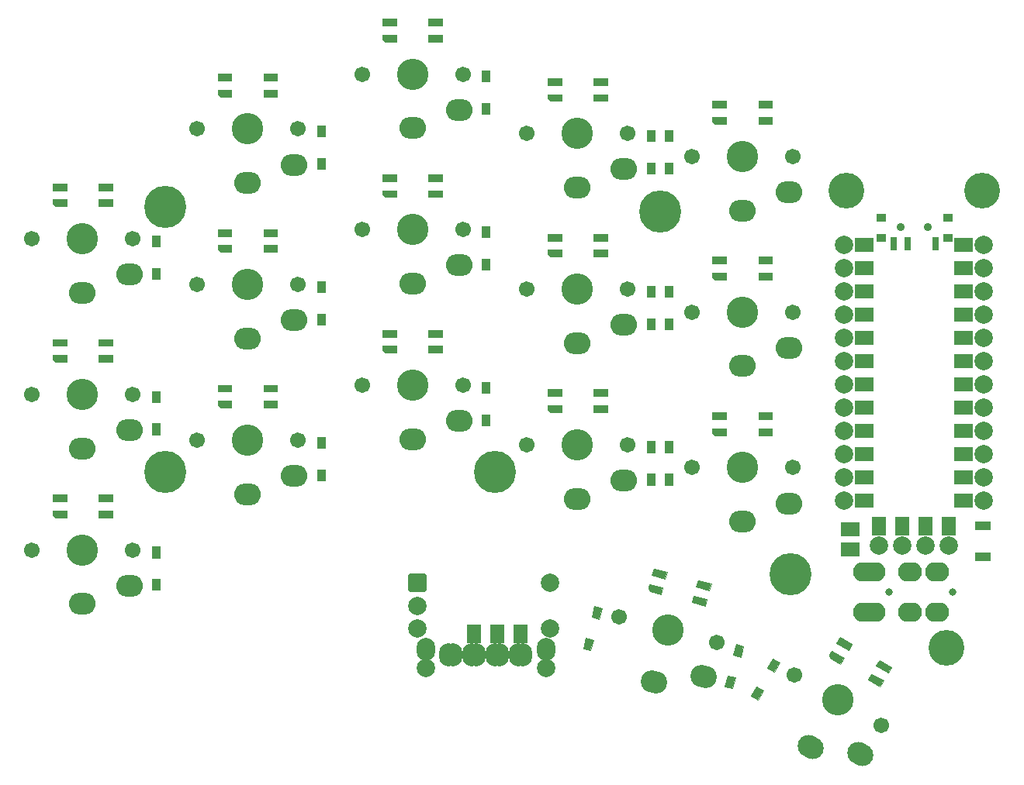
<source format=gts>
G04 #@! TF.GenerationSoftware,KiCad,Pcbnew,7.0.2-0*
G04 #@! TF.CreationDate,2023-05-28T19:55:49+02:00*
G04 #@! TF.ProjectId,arkenswoop,61726b65-6e73-4776-9f6f-702e6b696361,0.4.2*
G04 #@! TF.SameCoordinates,Original*
G04 #@! TF.FileFunction,Soldermask,Top*
G04 #@! TF.FilePolarity,Negative*
%FSLAX46Y46*%
G04 Gerber Fmt 4.6, Leading zero omitted, Abs format (unit mm)*
G04 Created by KiCad (PCBNEW 7.0.2-0) date 2023-05-28 19:55:49*
%MOMM*%
%LPD*%
G01*
G04 APERTURE LIST*
G04 Aperture macros list*
%AMRoundRect*
0 Rectangle with rounded corners*
0 $1 Rounding radius*
0 $2 $3 $4 $5 $6 $7 $8 $9 X,Y pos of 4 corners*
0 Add a 4 corners polygon primitive as box body*
4,1,4,$2,$3,$4,$5,$6,$7,$8,$9,$2,$3,0*
0 Add four circle primitives for the rounded corners*
1,1,$1+$1,$2,$3*
1,1,$1+$1,$4,$5*
1,1,$1+$1,$6,$7*
1,1,$1+$1,$8,$9*
0 Add four rect primitives between the rounded corners*
20,1,$1+$1,$2,$3,$4,$5,0*
20,1,$1+$1,$4,$5,$6,$7,0*
20,1,$1+$1,$6,$7,$8,$9,0*
20,1,$1+$1,$8,$9,$2,$3,0*%
%AMHorizOval*
0 Thick line with rounded ends*
0 $1 width*
0 $2 $3 position (X,Y) of the first rounded end (center of the circle)*
0 $4 $5 position (X,Y) of the second rounded end (center of the circle)*
0 Add line between two ends*
20,1,$1,$2,$3,$4,$5,0*
0 Add two circle primitives to create the rounded ends*
1,1,$1,$2,$3*
1,1,$1,$4,$5*%
%AMFreePoly0*
4,1,22,0.686777,0.580194,0.756366,0.524698,0.794986,0.444504,0.800000,0.400000,0.800000,0.200000,0.780194,0.113223,0.741421,0.058579,0.141421,-0.541421,0.066056,-0.588777,-0.022393,-0.598742,-0.106406,-0.569345,-0.141421,-0.541421,-0.741421,0.058579,-0.788777,0.133944,-0.800000,0.200000,-0.800000,0.400000,-0.780194,0.486777,-0.724698,0.556366,-0.644504,0.594986,-0.600000,0.600000,
0.600000,0.600000,0.686777,0.580194,0.686777,0.580194,$1*%
%AMFreePoly1*
4,1,26,0.706406,1.169345,0.769345,1.106406,0.798742,1.022393,0.800000,1.000000,0.800000,-0.250000,0.780194,-0.336777,0.724698,-0.406366,0.644504,-0.444986,0.600000,-0.450000,-0.600000,-0.450000,-0.686777,-0.430194,-0.756366,-0.374698,-0.794986,-0.294504,-0.800000,-0.250000,-0.800000,1.000000,-0.780194,1.086777,-0.724698,1.156366,-0.644504,1.194986,-0.555496,1.194986,-0.475302,1.156366,
-0.458579,1.141421,0.000000,0.682842,0.458579,1.141421,0.533944,1.188777,0.622393,1.198742,0.706406,1.169345,0.706406,1.169345,$1*%
G04 Aperture macros list end*
%ADD10C,0.100000*%
%ADD11C,4.600000*%
%ADD12C,1.701800*%
%ADD13C,3.429000*%
%ADD14O,2.900000X2.400000*%
%ADD15O,2.000000X2.500000*%
%ADD16FreePoly0,180.000000*%
%ADD17FreePoly1,180.000000*%
%ADD18C,2.000000*%
%ADD19HorizOval,2.400000X0.216506X-0.125000X-0.216506X0.125000X0*%
%ADD20C,0.900000*%
%ADD21RoundRect,0.200000X-0.800000X-0.800000X0.800000X-0.800000X0.800000X0.800000X-0.800000X0.800000X0*%
%ADD22C,3.900000*%
%ADD23FreePoly0,90.000000*%
%ADD24FreePoly0,270.000000*%
%ADD25FreePoly1,270.000000*%
%ADD26FreePoly1,90.000000*%
%ADD27C,0.800000*%
%ADD28O,2.600000X2.100000*%
%ADD29HorizOval,2.400000X0.241481X-0.064705X-0.241481X0.064705X0*%
G04 APERTURE END LIST*
D10*
X115654545Y-70064476D02*
X114804545Y-70064476D01*
X114804545Y-68864476D01*
X115654545Y-68864476D01*
X115654545Y-70064476D01*
G36*
X115654545Y-70064476D02*
G01*
X114804545Y-70064476D01*
X114804545Y-68864476D01*
X115654545Y-68864476D01*
X115654545Y-70064476D01*
G37*
X115654545Y-73614476D02*
X114804545Y-73614476D01*
X114804545Y-72414476D01*
X115654545Y-72414476D01*
X115654545Y-73614476D01*
G36*
X115654545Y-73614476D02*
G01*
X114804545Y-73614476D01*
X114804545Y-72414476D01*
X115654545Y-72414476D01*
X115654545Y-73614476D01*
G37*
X74479541Y-83689973D02*
X72979541Y-83689973D01*
X72979541Y-82939973D01*
X74479541Y-82939973D01*
X74479541Y-83689973D01*
G36*
X74479541Y-83689973D02*
G01*
X72979541Y-83689973D01*
X72979541Y-82939973D01*
X74479541Y-82939973D01*
X74479541Y-83689973D01*
G37*
X74479541Y-81939973D02*
X72979541Y-81939973D01*
X72979541Y-81189973D01*
X74479541Y-81189973D01*
X74479541Y-81939973D01*
G36*
X74479541Y-81939973D02*
G01*
X72979541Y-81939973D01*
X72979541Y-81189973D01*
X74479541Y-81189973D01*
X74479541Y-81939973D01*
G37*
X69479541Y-81939973D02*
X67979541Y-81939973D01*
X67979541Y-81189973D01*
X69479541Y-81189973D01*
X69479541Y-81939973D01*
G36*
X69479541Y-81939973D02*
G01*
X67979541Y-81939973D01*
X67979541Y-81189973D01*
X69479541Y-81189973D01*
X69479541Y-81939973D01*
G37*
X69479541Y-83689973D02*
X68229541Y-83689973D01*
X67979541Y-83439973D01*
X67979541Y-82939973D01*
X69479541Y-82939973D01*
X69479541Y-83689973D01*
G36*
X69479541Y-83689973D02*
G01*
X68229541Y-83689973D01*
X67979541Y-83439973D01*
X67979541Y-82939973D01*
X69479541Y-82939973D01*
X69479541Y-83689973D01*
G37*
X114473509Y-131074094D02*
X113457509Y-131074094D01*
X113457509Y-130058094D01*
X114473509Y-130058094D01*
X114473509Y-131074094D01*
G36*
X114473509Y-131074094D02*
G01*
X113457509Y-131074094D01*
X113457509Y-130058094D01*
X114473509Y-130058094D01*
X114473509Y-131074094D01*
G37*
X117013509Y-131074094D02*
X115997509Y-131074094D01*
X115997509Y-130058094D01*
X117013509Y-130058094D01*
X117013509Y-131074094D01*
G36*
X117013509Y-131074094D02*
G01*
X115997509Y-131074094D01*
X115997509Y-130058094D01*
X117013509Y-130058094D01*
X117013509Y-131074094D01*
G37*
X119553509Y-131074094D02*
X118537509Y-131074094D01*
X118537509Y-130058094D01*
X119553509Y-130058094D01*
X119553509Y-131074094D01*
G36*
X119553509Y-131074094D02*
G01*
X118537509Y-131074094D01*
X118537509Y-130058094D01*
X119553509Y-130058094D01*
X119553509Y-131074094D01*
G37*
X146479547Y-74689469D02*
X144979547Y-74689469D01*
X144979547Y-73939469D01*
X146479547Y-73939469D01*
X146479547Y-74689469D01*
G36*
X146479547Y-74689469D02*
G01*
X144979547Y-74689469D01*
X144979547Y-73939469D01*
X146479547Y-73939469D01*
X146479547Y-74689469D01*
G37*
X146479547Y-72939469D02*
X144979547Y-72939469D01*
X144979547Y-72189469D01*
X146479547Y-72189469D01*
X146479547Y-72939469D01*
G36*
X146479547Y-72939469D02*
G01*
X144979547Y-72939469D01*
X144979547Y-72189469D01*
X146479547Y-72189469D01*
X146479547Y-72939469D01*
G37*
X141479547Y-72939469D02*
X139979547Y-72939469D01*
X139979547Y-72189469D01*
X141479547Y-72189469D01*
X141479547Y-72939469D01*
G36*
X141479547Y-72939469D02*
G01*
X139979547Y-72939469D01*
X139979547Y-72189469D01*
X141479547Y-72189469D01*
X141479547Y-72939469D01*
G37*
X141479547Y-74689469D02*
X140229547Y-74689469D01*
X139979547Y-74439469D01*
X139979547Y-73939469D01*
X141479547Y-73939469D01*
X141479547Y-74689469D01*
G36*
X141479547Y-74689469D02*
G01*
X140229547Y-74689469D01*
X139979547Y-74439469D01*
X139979547Y-73939469D01*
X141479547Y-73939469D01*
X141479547Y-74689469D01*
G37*
X79654545Y-105064969D02*
X78804545Y-105064969D01*
X78804545Y-103864969D01*
X79654545Y-103864969D01*
X79654545Y-105064969D01*
G36*
X79654545Y-105064969D02*
G01*
X78804545Y-105064969D01*
X78804545Y-103864969D01*
X79654545Y-103864969D01*
X79654545Y-105064969D01*
G37*
X79654545Y-108614969D02*
X78804545Y-108614969D01*
X78804545Y-107414969D01*
X79654545Y-107414969D01*
X79654545Y-108614969D01*
G36*
X79654545Y-108614969D02*
G01*
X78804545Y-108614969D01*
X78804545Y-107414969D01*
X79654545Y-107414969D01*
X79654545Y-108614969D01*
G37*
X92479543Y-71689972D02*
X90979543Y-71689972D01*
X90979543Y-70939972D01*
X92479543Y-70939972D01*
X92479543Y-71689972D01*
G36*
X92479543Y-71689972D02*
G01*
X90979543Y-71689972D01*
X90979543Y-70939972D01*
X92479543Y-70939972D01*
X92479543Y-71689972D01*
G37*
X92479543Y-69939972D02*
X90979543Y-69939972D01*
X90979543Y-69189972D01*
X92479543Y-69189972D01*
X92479543Y-69939972D01*
G36*
X92479543Y-69939972D02*
G01*
X90979543Y-69939972D01*
X90979543Y-69189972D01*
X92479543Y-69189972D01*
X92479543Y-69939972D01*
G37*
X87479543Y-69939972D02*
X85979543Y-69939972D01*
X85979543Y-69189972D01*
X87479543Y-69189972D01*
X87479543Y-69939972D01*
G36*
X87479543Y-69939972D02*
G01*
X85979543Y-69939972D01*
X85979543Y-69189972D01*
X87479543Y-69189972D01*
X87479543Y-69939972D01*
G37*
X87479543Y-71689972D02*
X86229543Y-71689972D01*
X85979543Y-71439972D01*
X85979543Y-70939972D01*
X87479543Y-70939972D01*
X87479543Y-71689972D01*
G36*
X87479543Y-71689972D02*
G01*
X86229543Y-71689972D01*
X85979543Y-71439972D01*
X85979543Y-70939972D01*
X87479543Y-70939972D01*
X87479543Y-71689972D01*
G37*
X110479547Y-99689471D02*
X108979547Y-99689471D01*
X108979547Y-98939471D01*
X110479547Y-98939471D01*
X110479547Y-99689471D01*
G36*
X110479547Y-99689471D02*
G01*
X108979547Y-99689471D01*
X108979547Y-98939471D01*
X110479547Y-98939471D01*
X110479547Y-99689471D01*
G37*
X110479547Y-97939471D02*
X108979547Y-97939471D01*
X108979547Y-97189471D01*
X110479547Y-97189471D01*
X110479547Y-97939471D01*
G36*
X110479547Y-97939471D02*
G01*
X108979547Y-97939471D01*
X108979547Y-97189471D01*
X110479547Y-97189471D01*
X110479547Y-97939471D01*
G37*
X105479547Y-97939471D02*
X103979547Y-97939471D01*
X103979547Y-97189471D01*
X105479547Y-97189471D01*
X105479547Y-97939471D01*
G36*
X105479547Y-97939471D02*
G01*
X103979547Y-97939471D01*
X103979547Y-97189471D01*
X105479547Y-97189471D01*
X105479547Y-97939471D01*
G37*
X105479547Y-99689471D02*
X104229547Y-99689471D01*
X103979547Y-99439471D01*
X103979547Y-98939471D01*
X105479547Y-98939471D01*
X105479547Y-99689471D01*
G36*
X105479547Y-99689471D02*
G01*
X104229547Y-99689471D01*
X103979547Y-99439471D01*
X103979547Y-98939471D01*
X105479547Y-98939471D01*
X105479547Y-99689471D01*
G37*
X170284349Y-122342734D02*
X168684349Y-122342734D01*
X168684349Y-121542734D01*
X170284349Y-121542734D01*
X170284349Y-122342734D01*
G36*
X170284349Y-122342734D02*
G01*
X168684349Y-122342734D01*
X168684349Y-121542734D01*
X170284349Y-121542734D01*
X170284349Y-122342734D01*
G37*
X170284349Y-118942734D02*
X168684349Y-118942734D01*
X168684349Y-118142734D01*
X170284349Y-118142734D01*
X170284349Y-118942734D01*
G36*
X170284349Y-118942734D02*
G01*
X168684349Y-118942734D01*
X168684349Y-118142734D01*
X170284349Y-118142734D01*
X170284349Y-118942734D01*
G37*
X79654544Y-88064965D02*
X78804544Y-88064965D01*
X78804544Y-86864965D01*
X79654544Y-86864965D01*
X79654544Y-88064965D01*
G36*
X79654544Y-88064965D02*
G01*
X78804544Y-88064965D01*
X78804544Y-86864965D01*
X79654544Y-86864965D01*
X79654544Y-88064965D01*
G37*
X79654544Y-91614965D02*
X78804544Y-91614965D01*
X78804544Y-90414965D01*
X79654544Y-90414965D01*
X79654544Y-91614965D01*
G36*
X79654544Y-91614965D02*
G01*
X78804544Y-91614965D01*
X78804544Y-90414965D01*
X79654544Y-90414965D01*
X79654544Y-91614965D01*
G37*
X110479543Y-65689473D02*
X108979543Y-65689473D01*
X108979543Y-64939473D01*
X110479543Y-64939473D01*
X110479543Y-65689473D01*
G36*
X110479543Y-65689473D02*
G01*
X108979543Y-65689473D01*
X108979543Y-64939473D01*
X110479543Y-64939473D01*
X110479543Y-65689473D01*
G37*
X110479543Y-63939473D02*
X108979543Y-63939473D01*
X108979543Y-63189473D01*
X110479543Y-63189473D01*
X110479543Y-63939473D01*
G36*
X110479543Y-63939473D02*
G01*
X108979543Y-63939473D01*
X108979543Y-63189473D01*
X110479543Y-63189473D01*
X110479543Y-63939473D01*
G37*
X105479543Y-63939473D02*
X103979543Y-63939473D01*
X103979543Y-63189473D01*
X105479543Y-63189473D01*
X105479543Y-63939473D01*
G36*
X105479543Y-63939473D02*
G01*
X103979543Y-63939473D01*
X103979543Y-63189473D01*
X105479543Y-63189473D01*
X105479543Y-63939473D01*
G37*
X105479543Y-65689473D02*
X104229543Y-65689473D01*
X103979543Y-65439473D01*
X103979543Y-64939473D01*
X105479543Y-64939473D01*
X105479543Y-65689473D01*
G36*
X105479543Y-65689473D02*
G01*
X104229543Y-65689473D01*
X103979543Y-65439473D01*
X103979543Y-64939473D01*
X105479543Y-64939473D01*
X105479543Y-65689473D01*
G37*
X146479547Y-91689475D02*
X144979547Y-91689475D01*
X144979547Y-90939475D01*
X146479547Y-90939475D01*
X146479547Y-91689475D01*
G36*
X146479547Y-91689475D02*
G01*
X144979547Y-91689475D01*
X144979547Y-90939475D01*
X146479547Y-90939475D01*
X146479547Y-91689475D01*
G37*
X146479547Y-89939475D02*
X144979547Y-89939475D01*
X144979547Y-89189475D01*
X146479547Y-89189475D01*
X146479547Y-89939475D01*
G36*
X146479547Y-89939475D02*
G01*
X144979547Y-89939475D01*
X144979547Y-89189475D01*
X146479547Y-89189475D01*
X146479547Y-89939475D01*
G37*
X141479547Y-89939475D02*
X139979547Y-89939475D01*
X139979547Y-89189475D01*
X141479547Y-89189475D01*
X141479547Y-89939475D01*
G36*
X141479547Y-89939475D02*
G01*
X139979547Y-89939475D01*
X139979547Y-89189475D01*
X141479547Y-89189475D01*
X141479547Y-89939475D01*
G37*
X141479547Y-91689475D02*
X140229547Y-91689475D01*
X139979547Y-91439475D01*
X139979547Y-90939475D01*
X141479547Y-90939475D01*
X141479547Y-91689475D01*
G36*
X141479547Y-91689475D02*
G01*
X140229547Y-91689475D01*
X139979547Y-91439475D01*
X139979547Y-90939475D01*
X141479547Y-90939475D01*
X141479547Y-91689475D01*
G37*
X166094573Y-87440134D02*
X165194573Y-87440134D01*
X165194573Y-86740134D01*
X166094573Y-86740134D01*
X166094573Y-87440134D01*
G36*
X166094573Y-87440134D02*
G01*
X165194573Y-87440134D01*
X165194573Y-86740134D01*
X166094573Y-86740134D01*
X166094573Y-87440134D01*
G37*
X166094573Y-85240134D02*
X165194573Y-85240134D01*
X165194573Y-84540134D01*
X166094573Y-84540134D01*
X166094573Y-85240134D01*
G36*
X166094573Y-85240134D02*
G01*
X165194573Y-85240134D01*
X165194573Y-84540134D01*
X166094573Y-84540134D01*
X166094573Y-85240134D01*
G37*
X164544573Y-88440134D02*
X163944573Y-88440134D01*
X163944573Y-87040134D01*
X164544573Y-87040134D01*
X164544573Y-88440134D01*
G36*
X164544573Y-88440134D02*
G01*
X163944573Y-88440134D01*
X163944573Y-87040134D01*
X164544573Y-87040134D01*
X164544573Y-88440134D01*
G37*
X161544573Y-88440134D02*
X160944573Y-88440134D01*
X160944573Y-87040134D01*
X161544573Y-87040134D01*
X161544573Y-88440134D01*
G36*
X161544573Y-88440134D02*
G01*
X160944573Y-88440134D01*
X160944573Y-87040134D01*
X161544573Y-87040134D01*
X161544573Y-88440134D01*
G37*
X160044573Y-88440134D02*
X159444573Y-88440134D01*
X159444573Y-87040134D01*
X160044573Y-87040134D01*
X160044573Y-88440134D01*
G36*
X160044573Y-88440134D02*
G01*
X159444573Y-88440134D01*
X159444573Y-87040134D01*
X160044573Y-87040134D01*
X160044573Y-88440134D01*
G37*
X158794573Y-87440134D02*
X157894573Y-87440134D01*
X157894573Y-86740134D01*
X158794573Y-86740134D01*
X158794573Y-87440134D01*
G36*
X158794573Y-87440134D02*
G01*
X157894573Y-87440134D01*
X157894573Y-86740134D01*
X158794573Y-86740134D01*
X158794573Y-87440134D01*
G37*
X158794573Y-85240134D02*
X157894573Y-85240134D01*
X157894573Y-84540134D01*
X158794573Y-84540134D01*
X158794573Y-85240134D01*
G36*
X158794573Y-85240134D02*
G01*
X157894573Y-85240134D01*
X157894573Y-84540134D01*
X158794573Y-84540134D01*
X158794573Y-85240134D01*
G37*
X158631093Y-135519182D02*
X158256093Y-136168701D01*
X156957054Y-135418701D01*
X157332054Y-134769182D01*
X158631093Y-135519182D01*
G36*
X158631093Y-135519182D02*
G01*
X158256093Y-136168701D01*
X156957054Y-135418701D01*
X157332054Y-134769182D01*
X158631093Y-135519182D01*
G37*
X159506093Y-134003638D02*
X159131093Y-134653157D01*
X157832054Y-133903157D01*
X158207054Y-133253638D01*
X159506093Y-134003638D01*
G36*
X159506093Y-134003638D02*
G01*
X159131093Y-134653157D01*
X157832054Y-133903157D01*
X158207054Y-133253638D01*
X159506093Y-134003638D01*
G37*
X155175966Y-131503638D02*
X154800966Y-132153157D01*
X153501927Y-131403157D01*
X153876927Y-130753638D01*
X155175966Y-131503638D01*
G36*
X155175966Y-131503638D02*
G01*
X154800966Y-132153157D01*
X153501927Y-131403157D01*
X153876927Y-130753638D01*
X155175966Y-131503638D01*
G37*
X154300966Y-133019182D02*
X153925966Y-133668701D01*
X152843434Y-133043701D01*
X152751927Y-132702195D01*
X153001927Y-132269182D01*
X154300966Y-133019182D01*
G36*
X154300966Y-133019182D02*
G01*
X153925966Y-133668701D01*
X152843434Y-133043701D01*
X152751927Y-132702195D01*
X153001927Y-132269182D01*
X154300966Y-133019182D01*
G37*
X135654544Y-110564474D02*
X134804544Y-110564474D01*
X134804544Y-109364474D01*
X135654544Y-109364474D01*
X135654544Y-110564474D01*
G36*
X135654544Y-110564474D02*
G01*
X134804544Y-110564474D01*
X134804544Y-109364474D01*
X135654544Y-109364474D01*
X135654544Y-110564474D01*
G37*
X135654544Y-114114474D02*
X134804544Y-114114474D01*
X134804544Y-112914474D01*
X135654544Y-112914474D01*
X135654544Y-114114474D01*
G36*
X135654544Y-114114474D02*
G01*
X134804544Y-114114474D01*
X134804544Y-112914474D01*
X135654544Y-112914474D01*
X135654544Y-114114474D01*
G37*
X133653549Y-76564472D02*
X132803549Y-76564472D01*
X132803549Y-75364472D01*
X133653549Y-75364472D01*
X133653549Y-76564472D01*
G36*
X133653549Y-76564472D02*
G01*
X132803549Y-76564472D01*
X132803549Y-75364472D01*
X133653549Y-75364472D01*
X133653549Y-76564472D01*
G37*
X133653549Y-80114472D02*
X132803549Y-80114472D01*
X132803549Y-78914472D01*
X133653549Y-78914472D01*
X133653549Y-80114472D01*
G36*
X133653549Y-80114472D02*
G01*
X132803549Y-80114472D01*
X132803549Y-78914472D01*
X133653549Y-78914472D01*
X133653549Y-80114472D01*
G37*
X115654549Y-87064466D02*
X114804549Y-87064466D01*
X114804549Y-85864466D01*
X115654549Y-85864466D01*
X115654549Y-87064466D01*
G36*
X115654549Y-87064466D02*
G01*
X114804549Y-87064466D01*
X114804549Y-85864466D01*
X115654549Y-85864466D01*
X115654549Y-87064466D01*
G37*
X115654549Y-90614466D02*
X114804549Y-90614466D01*
X114804549Y-89414466D01*
X115654549Y-89414466D01*
X115654549Y-90614466D01*
G36*
X115654549Y-90614466D02*
G01*
X114804549Y-90614466D01*
X114804549Y-89414466D01*
X115654549Y-89414466D01*
X115654549Y-90614466D01*
G37*
X133653550Y-93564471D02*
X132803550Y-93564471D01*
X132803550Y-92364471D01*
X133653550Y-92364471D01*
X133653550Y-93564471D01*
G36*
X133653550Y-93564471D02*
G01*
X132803550Y-93564471D01*
X132803550Y-92364471D01*
X133653550Y-92364471D01*
X133653550Y-93564471D01*
G37*
X133653550Y-97114471D02*
X132803550Y-97114471D01*
X132803550Y-95914471D01*
X133653550Y-95914471D01*
X133653550Y-97114471D01*
G36*
X133653550Y-97114471D02*
G01*
X132803550Y-97114471D01*
X132803550Y-95914471D01*
X133653550Y-95914471D01*
X133653550Y-97114471D01*
G37*
X135654551Y-76564473D02*
X134804551Y-76564473D01*
X134804551Y-75364473D01*
X135654551Y-75364473D01*
X135654551Y-76564473D01*
G36*
X135654551Y-76564473D02*
G01*
X134804551Y-76564473D01*
X134804551Y-75364473D01*
X135654551Y-75364473D01*
X135654551Y-76564473D01*
G37*
X135654551Y-80114473D02*
X134804551Y-80114473D01*
X134804551Y-78914473D01*
X135654551Y-78914473D01*
X135654551Y-80114473D01*
G36*
X135654551Y-80114473D02*
G01*
X134804551Y-80114473D01*
X134804551Y-78914473D01*
X135654551Y-78914473D01*
X135654551Y-80114473D01*
G37*
X156914574Y-88391137D02*
X155898574Y-88391137D01*
X155898574Y-87375137D01*
X156914574Y-87375137D01*
X156914574Y-88391137D01*
G36*
X156914574Y-88391137D02*
G01*
X155898574Y-88391137D01*
X155898574Y-87375137D01*
X156914574Y-87375137D01*
X156914574Y-88391137D01*
G37*
X156914574Y-90931137D02*
X155898574Y-90931137D01*
X155898574Y-89915137D01*
X156914574Y-89915137D01*
X156914574Y-90931137D01*
G36*
X156914574Y-90931137D02*
G01*
X155898574Y-90931137D01*
X155898574Y-89915137D01*
X156914574Y-89915137D01*
X156914574Y-90931137D01*
G37*
X156914574Y-93471137D02*
X155898574Y-93471137D01*
X155898574Y-92455137D01*
X156914574Y-92455137D01*
X156914574Y-93471137D01*
G36*
X156914574Y-93471137D02*
G01*
X155898574Y-93471137D01*
X155898574Y-92455137D01*
X156914574Y-92455137D01*
X156914574Y-93471137D01*
G37*
X156914574Y-96011137D02*
X155898574Y-96011137D01*
X155898574Y-94995137D01*
X156914574Y-94995137D01*
X156914574Y-96011137D01*
G36*
X156914574Y-96011137D02*
G01*
X155898574Y-96011137D01*
X155898574Y-94995137D01*
X156914574Y-94995137D01*
X156914574Y-96011137D01*
G37*
X156914574Y-98551137D02*
X155898574Y-98551137D01*
X155898574Y-97535137D01*
X156914574Y-97535137D01*
X156914574Y-98551137D01*
G36*
X156914574Y-98551137D02*
G01*
X155898574Y-98551137D01*
X155898574Y-97535137D01*
X156914574Y-97535137D01*
X156914574Y-98551137D01*
G37*
X156914574Y-101091137D02*
X155898574Y-101091137D01*
X155898574Y-100075137D01*
X156914574Y-100075137D01*
X156914574Y-101091137D01*
G36*
X156914574Y-101091137D02*
G01*
X155898574Y-101091137D01*
X155898574Y-100075137D01*
X156914574Y-100075137D01*
X156914574Y-101091137D01*
G37*
X156914574Y-103631137D02*
X155898574Y-103631137D01*
X155898574Y-102615137D01*
X156914574Y-102615137D01*
X156914574Y-103631137D01*
G36*
X156914574Y-103631137D02*
G01*
X155898574Y-103631137D01*
X155898574Y-102615137D01*
X156914574Y-102615137D01*
X156914574Y-103631137D01*
G37*
X156914574Y-106171137D02*
X155898574Y-106171137D01*
X155898574Y-105155137D01*
X156914574Y-105155137D01*
X156914574Y-106171137D01*
G36*
X156914574Y-106171137D02*
G01*
X155898574Y-106171137D01*
X155898574Y-105155137D01*
X156914574Y-105155137D01*
X156914574Y-106171137D01*
G37*
X156914574Y-108711137D02*
X155898574Y-108711137D01*
X155898574Y-107695137D01*
X156914574Y-107695137D01*
X156914574Y-108711137D01*
G36*
X156914574Y-108711137D02*
G01*
X155898574Y-108711137D01*
X155898574Y-107695137D01*
X156914574Y-107695137D01*
X156914574Y-108711137D01*
G37*
X156914574Y-111251137D02*
X155898574Y-111251137D01*
X155898574Y-110235137D01*
X156914574Y-110235137D01*
X156914574Y-111251137D01*
G36*
X156914574Y-111251137D02*
G01*
X155898574Y-111251137D01*
X155898574Y-110235137D01*
X156914574Y-110235137D01*
X156914574Y-111251137D01*
G37*
X156914574Y-113791137D02*
X155898574Y-113791137D01*
X155898574Y-112775137D01*
X156914574Y-112775137D01*
X156914574Y-113791137D01*
G36*
X156914574Y-113791137D02*
G01*
X155898574Y-113791137D01*
X155898574Y-112775137D01*
X156914574Y-112775137D01*
X156914574Y-113791137D01*
G37*
X156914574Y-116331137D02*
X155898574Y-116331137D01*
X155898574Y-115315137D01*
X156914574Y-115315137D01*
X156914574Y-116331137D01*
G36*
X156914574Y-116331137D02*
G01*
X155898574Y-116331137D01*
X155898574Y-115315137D01*
X156914574Y-115315137D01*
X156914574Y-116331137D01*
G37*
X168090574Y-88391137D02*
X167074574Y-88391137D01*
X167074574Y-87375137D01*
X168090574Y-87375137D01*
X168090574Y-88391137D01*
G36*
X168090574Y-88391137D02*
G01*
X167074574Y-88391137D01*
X167074574Y-87375137D01*
X168090574Y-87375137D01*
X168090574Y-88391137D01*
G37*
X168090574Y-90931137D02*
X167074574Y-90931137D01*
X167074574Y-89915137D01*
X168090574Y-89915137D01*
X168090574Y-90931137D01*
G36*
X168090574Y-90931137D02*
G01*
X167074574Y-90931137D01*
X167074574Y-89915137D01*
X168090574Y-89915137D01*
X168090574Y-90931137D01*
G37*
X168090574Y-93471137D02*
X167074574Y-93471137D01*
X167074574Y-92455137D01*
X168090574Y-92455137D01*
X168090574Y-93471137D01*
G36*
X168090574Y-93471137D02*
G01*
X167074574Y-93471137D01*
X167074574Y-92455137D01*
X168090574Y-92455137D01*
X168090574Y-93471137D01*
G37*
X168090574Y-96011137D02*
X167074574Y-96011137D01*
X167074574Y-94995137D01*
X168090574Y-94995137D01*
X168090574Y-96011137D01*
G36*
X168090574Y-96011137D02*
G01*
X167074574Y-96011137D01*
X167074574Y-94995137D01*
X168090574Y-94995137D01*
X168090574Y-96011137D01*
G37*
X168090574Y-98551137D02*
X167074574Y-98551137D01*
X167074574Y-97535137D01*
X168090574Y-97535137D01*
X168090574Y-98551137D01*
G36*
X168090574Y-98551137D02*
G01*
X167074574Y-98551137D01*
X167074574Y-97535137D01*
X168090574Y-97535137D01*
X168090574Y-98551137D01*
G37*
X168090574Y-101091137D02*
X167074574Y-101091137D01*
X167074574Y-100075137D01*
X168090574Y-100075137D01*
X168090574Y-101091137D01*
G36*
X168090574Y-101091137D02*
G01*
X167074574Y-101091137D01*
X167074574Y-100075137D01*
X168090574Y-100075137D01*
X168090574Y-101091137D01*
G37*
X168090574Y-103631137D02*
X167074574Y-103631137D01*
X167074574Y-102615137D01*
X168090574Y-102615137D01*
X168090574Y-103631137D01*
G36*
X168090574Y-103631137D02*
G01*
X167074574Y-103631137D01*
X167074574Y-102615137D01*
X168090574Y-102615137D01*
X168090574Y-103631137D01*
G37*
X168090574Y-106171137D02*
X167074574Y-106171137D01*
X167074574Y-105155137D01*
X168090574Y-105155137D01*
X168090574Y-106171137D01*
G36*
X168090574Y-106171137D02*
G01*
X167074574Y-106171137D01*
X167074574Y-105155137D01*
X168090574Y-105155137D01*
X168090574Y-106171137D01*
G37*
X168090574Y-108711137D02*
X167074574Y-108711137D01*
X167074574Y-107695137D01*
X168090574Y-107695137D01*
X168090574Y-108711137D01*
G36*
X168090574Y-108711137D02*
G01*
X167074574Y-108711137D01*
X167074574Y-107695137D01*
X168090574Y-107695137D01*
X168090574Y-108711137D01*
G37*
X168090574Y-111251137D02*
X167074574Y-111251137D01*
X167074574Y-110235137D01*
X168090574Y-110235137D01*
X168090574Y-111251137D01*
G36*
X168090574Y-111251137D02*
G01*
X167074574Y-111251137D01*
X167074574Y-110235137D01*
X168090574Y-110235137D01*
X168090574Y-111251137D01*
G37*
X168090574Y-113791137D02*
X167074574Y-113791137D01*
X167074574Y-112775137D01*
X168090574Y-112775137D01*
X168090574Y-113791137D01*
G36*
X168090574Y-113791137D02*
G01*
X167074574Y-113791137D01*
X167074574Y-112775137D01*
X168090574Y-112775137D01*
X168090574Y-113791137D01*
G37*
X168090574Y-116331137D02*
X167074574Y-116331137D01*
X167074574Y-115315137D01*
X168090574Y-115315137D01*
X168090574Y-116331137D01*
G36*
X168090574Y-116331137D02*
G01*
X167074574Y-116331137D01*
X167074574Y-115315137D01*
X168090574Y-115315137D01*
X168090574Y-116331137D01*
G37*
X79654546Y-122064971D02*
X78804546Y-122064971D01*
X78804546Y-120864971D01*
X79654546Y-120864971D01*
X79654546Y-122064971D01*
G36*
X79654546Y-122064971D02*
G01*
X78804546Y-122064971D01*
X78804546Y-120864971D01*
X79654546Y-120864971D01*
X79654546Y-122064971D01*
G37*
X79654546Y-125614971D02*
X78804546Y-125614971D01*
X78804546Y-124414971D01*
X79654546Y-124414971D01*
X79654546Y-125614971D01*
G36*
X79654546Y-125614971D02*
G01*
X78804546Y-125614971D01*
X78804546Y-124414971D01*
X79654546Y-124414971D01*
X79654546Y-125614971D01*
G37*
X110479545Y-82689469D02*
X108979545Y-82689469D01*
X108979545Y-81939469D01*
X110479545Y-81939469D01*
X110479545Y-82689469D01*
G36*
X110479545Y-82689469D02*
G01*
X108979545Y-82689469D01*
X108979545Y-81939469D01*
X110479545Y-81939469D01*
X110479545Y-82689469D01*
G37*
X110479545Y-80939469D02*
X108979545Y-80939469D01*
X108979545Y-80189469D01*
X110479545Y-80189469D01*
X110479545Y-80939469D01*
G36*
X110479545Y-80939469D02*
G01*
X108979545Y-80939469D01*
X108979545Y-80189469D01*
X110479545Y-80189469D01*
X110479545Y-80939469D01*
G37*
X105479545Y-80939469D02*
X103979545Y-80939469D01*
X103979545Y-80189469D01*
X105479545Y-80189469D01*
X105479545Y-80939469D01*
G36*
X105479545Y-80939469D02*
G01*
X103979545Y-80939469D01*
X103979545Y-80189469D01*
X105479545Y-80189469D01*
X105479545Y-80939469D01*
G37*
X105479545Y-82689469D02*
X104229545Y-82689469D01*
X103979545Y-82439469D01*
X103979545Y-81939469D01*
X105479545Y-81939469D01*
X105479545Y-82689469D01*
G36*
X105479545Y-82689469D02*
G01*
X104229545Y-82689469D01*
X103979545Y-82439469D01*
X103979545Y-81939469D01*
X105479545Y-81939469D01*
X105479545Y-82689469D01*
G37*
X158692753Y-119338826D02*
X157676753Y-119338826D01*
X157676753Y-118322826D01*
X158692753Y-118322826D01*
X158692753Y-119338826D01*
G36*
X158692753Y-119338826D02*
G01*
X157676753Y-119338826D01*
X157676753Y-118322826D01*
X158692753Y-118322826D01*
X158692753Y-119338826D01*
G37*
X161232753Y-119338826D02*
X160216753Y-119338826D01*
X160216753Y-118322826D01*
X161232753Y-118322826D01*
X161232753Y-119338826D01*
G36*
X161232753Y-119338826D02*
G01*
X160216753Y-119338826D01*
X160216753Y-118322826D01*
X161232753Y-118322826D01*
X161232753Y-119338826D01*
G37*
X163772753Y-119338826D02*
X162756753Y-119338826D01*
X162756753Y-118322826D01*
X163772753Y-118322826D01*
X163772753Y-119338826D01*
G36*
X163772753Y-119338826D02*
G01*
X162756753Y-119338826D01*
X162756753Y-118322826D01*
X163772753Y-118322826D01*
X163772753Y-119338826D01*
G37*
X166312753Y-119338826D02*
X165296753Y-119338826D01*
X165296753Y-118322826D01*
X166312753Y-118322826D01*
X166312753Y-119338826D01*
G36*
X166312753Y-119338826D02*
G01*
X165296753Y-119338826D01*
X165296753Y-118322826D01*
X166312753Y-118322826D01*
X166312753Y-119338826D01*
G37*
X133653546Y-110564475D02*
X132803546Y-110564475D01*
X132803546Y-109364475D01*
X133653546Y-109364475D01*
X133653546Y-110564475D01*
G36*
X133653546Y-110564475D02*
G01*
X132803546Y-110564475D01*
X132803546Y-109364475D01*
X133653546Y-109364475D01*
X133653546Y-110564475D01*
G37*
X133653546Y-114114475D02*
X132803546Y-114114475D01*
X132803546Y-112914475D01*
X133653546Y-112914475D01*
X133653546Y-114114475D01*
G36*
X133653546Y-114114475D02*
G01*
X132803546Y-114114475D01*
X132803546Y-112914475D01*
X133653546Y-112914475D01*
X133653546Y-114114475D01*
G37*
X127908762Y-127616393D02*
X127598179Y-128775504D01*
X126777142Y-128555508D01*
X127087725Y-127396397D01*
X127908762Y-127616393D01*
G36*
X127908762Y-127616393D02*
G01*
X127598179Y-128775504D01*
X126777142Y-128555508D01*
X127087725Y-127396397D01*
X127908762Y-127616393D01*
G37*
X126989954Y-131045430D02*
X126679371Y-132204541D01*
X125858334Y-131984545D01*
X126168917Y-130825434D01*
X126989954Y-131045430D01*
G36*
X126989954Y-131045430D02*
G01*
X126679371Y-132204541D01*
X125858334Y-131984545D01*
X126168917Y-130825434D01*
X126989954Y-131045430D01*
G37*
X97654541Y-93064973D02*
X96804541Y-93064973D01*
X96804541Y-91864973D01*
X97654541Y-91864973D01*
X97654541Y-93064973D01*
G36*
X97654541Y-93064973D02*
G01*
X96804541Y-93064973D01*
X96804541Y-91864973D01*
X97654541Y-91864973D01*
X97654541Y-93064973D01*
G37*
X97654541Y-96614973D02*
X96804541Y-96614973D01*
X96804541Y-95414973D01*
X97654541Y-95414973D01*
X97654541Y-96614973D01*
G36*
X97654541Y-96614973D02*
G01*
X96804541Y-96614973D01*
X96804541Y-95414973D01*
X97654541Y-95414973D01*
X97654541Y-96614973D01*
G37*
X74479545Y-117689972D02*
X72979545Y-117689972D01*
X72979545Y-116939972D01*
X74479545Y-116939972D01*
X74479545Y-117689972D01*
G36*
X74479545Y-117689972D02*
G01*
X72979545Y-117689972D01*
X72979545Y-116939972D01*
X74479545Y-116939972D01*
X74479545Y-117689972D01*
G37*
X74479545Y-115939972D02*
X72979545Y-115939972D01*
X72979545Y-115189972D01*
X74479545Y-115189972D01*
X74479545Y-115939972D01*
G36*
X74479545Y-115939972D02*
G01*
X72979545Y-115939972D01*
X72979545Y-115189972D01*
X74479545Y-115189972D01*
X74479545Y-115939972D01*
G37*
X69479545Y-115939972D02*
X67979545Y-115939972D01*
X67979545Y-115189972D01*
X69479545Y-115189972D01*
X69479545Y-115939972D01*
G36*
X69479545Y-115939972D02*
G01*
X67979545Y-115939972D01*
X67979545Y-115189972D01*
X69479545Y-115189972D01*
X69479545Y-115939972D01*
G37*
X69479545Y-117689972D02*
X68229545Y-117689972D01*
X67979545Y-117439972D01*
X67979545Y-116939972D01*
X69479545Y-116939972D01*
X69479545Y-117689972D01*
G36*
X69479545Y-117689972D02*
G01*
X68229545Y-117689972D01*
X67979545Y-117439972D01*
X67979545Y-116939972D01*
X69479545Y-116939972D01*
X69479545Y-117689972D01*
G37*
X97654544Y-110064972D02*
X96804544Y-110064972D01*
X96804544Y-108864972D01*
X97654544Y-108864972D01*
X97654544Y-110064972D01*
G36*
X97654544Y-110064972D02*
G01*
X96804544Y-110064972D01*
X96804544Y-108864972D01*
X97654544Y-108864972D01*
X97654544Y-110064972D01*
G37*
X97654544Y-113614972D02*
X96804544Y-113614972D01*
X96804544Y-112414972D01*
X97654544Y-112414972D01*
X97654544Y-113614972D01*
G36*
X97654544Y-113614972D02*
G01*
X96804544Y-113614972D01*
X96804544Y-112414972D01*
X97654544Y-112414972D01*
X97654544Y-113614972D01*
G37*
X139380767Y-126626853D02*
X139186653Y-127351298D01*
X137737764Y-126963069D01*
X137931879Y-126238625D01*
X139380767Y-126626853D01*
G36*
X139380767Y-126626853D02*
G01*
X139186653Y-127351298D01*
X137737764Y-126963069D01*
X137931879Y-126238625D01*
X139380767Y-126626853D01*
G37*
X139833701Y-124936483D02*
X139639586Y-125660927D01*
X138190698Y-125272699D01*
X138384812Y-124548254D01*
X139833701Y-124936483D01*
G36*
X139833701Y-124936483D02*
G01*
X139639586Y-125660927D01*
X138190698Y-125272699D01*
X138384812Y-124548254D01*
X139833701Y-124936483D01*
G37*
X135004072Y-123642388D02*
X134809957Y-124366832D01*
X133361068Y-123978604D01*
X133555183Y-123254159D01*
X135004072Y-123642388D01*
G36*
X135004072Y-123642388D02*
G01*
X134809957Y-124366832D01*
X133361068Y-123978604D01*
X133555183Y-123254159D01*
X135004072Y-123642388D01*
G37*
X134551138Y-125332758D02*
X134357024Y-126057202D01*
X133149617Y-125733679D01*
X132972840Y-125427492D01*
X133102249Y-124944529D01*
X134551138Y-125332758D01*
G36*
X134551138Y-125332758D02*
G01*
X134357024Y-126057202D01*
X133149617Y-125733679D01*
X132972840Y-125427492D01*
X133102249Y-124944529D01*
X134551138Y-125332758D01*
G37*
X128478545Y-106189471D02*
X126978545Y-106189471D01*
X126978545Y-105439471D01*
X128478545Y-105439471D01*
X128478545Y-106189471D01*
G36*
X128478545Y-106189471D02*
G01*
X126978545Y-106189471D01*
X126978545Y-105439471D01*
X128478545Y-105439471D01*
X128478545Y-106189471D01*
G37*
X128478545Y-104439471D02*
X126978545Y-104439471D01*
X126978545Y-103689471D01*
X128478545Y-103689471D01*
X128478545Y-104439471D01*
G36*
X128478545Y-104439471D02*
G01*
X126978545Y-104439471D01*
X126978545Y-103689471D01*
X128478545Y-103689471D01*
X128478545Y-104439471D01*
G37*
X123478545Y-104439471D02*
X121978545Y-104439471D01*
X121978545Y-103689471D01*
X123478545Y-103689471D01*
X123478545Y-104439471D01*
G36*
X123478545Y-104439471D02*
G01*
X121978545Y-104439471D01*
X121978545Y-103689471D01*
X123478545Y-103689471D01*
X123478545Y-104439471D01*
G37*
X123478545Y-106189471D02*
X122228545Y-106189471D01*
X121978545Y-105939471D01*
X121978545Y-105439471D01*
X123478545Y-105439471D01*
X123478545Y-106189471D01*
G36*
X123478545Y-106189471D02*
G01*
X122228545Y-106189471D01*
X121978545Y-105939471D01*
X121978545Y-105439471D01*
X123478545Y-105439471D01*
X123478545Y-106189471D01*
G37*
X115654547Y-104064472D02*
X114804547Y-104064472D01*
X114804547Y-102864472D01*
X115654547Y-102864472D01*
X115654547Y-104064472D01*
G36*
X115654547Y-104064472D02*
G01*
X114804547Y-104064472D01*
X114804547Y-102864472D01*
X115654547Y-102864472D01*
X115654547Y-104064472D01*
G37*
X115654547Y-107614472D02*
X114804547Y-107614472D01*
X114804547Y-106414472D01*
X115654547Y-106414472D01*
X115654547Y-107614472D01*
G36*
X115654547Y-107614472D02*
G01*
X114804547Y-107614472D01*
X114804547Y-106414472D01*
X115654547Y-106414472D01*
X115654547Y-107614472D01*
G37*
X155961746Y-119639879D02*
X153961746Y-119639879D01*
X153961746Y-118239879D01*
X155961746Y-118239879D01*
X155961746Y-119639879D01*
G36*
X155961746Y-119639879D02*
G01*
X153961746Y-119639879D01*
X153961746Y-118239879D01*
X155961746Y-118239879D01*
X155961746Y-119639879D01*
G37*
X155961746Y-121841321D02*
X153961746Y-121841321D01*
X153961746Y-120441321D01*
X155961746Y-120441321D01*
X155961746Y-121841321D01*
G36*
X155961746Y-121841321D02*
G01*
X153961746Y-121841321D01*
X153961746Y-120441321D01*
X155961746Y-120441321D01*
X155961746Y-121841321D01*
G37*
X146479550Y-108689470D02*
X144979550Y-108689470D01*
X144979550Y-107939470D01*
X146479550Y-107939470D01*
X146479550Y-108689470D01*
G36*
X146479550Y-108689470D02*
G01*
X144979550Y-108689470D01*
X144979550Y-107939470D01*
X146479550Y-107939470D01*
X146479550Y-108689470D01*
G37*
X146479550Y-106939470D02*
X144979550Y-106939470D01*
X144979550Y-106189470D01*
X146479550Y-106189470D01*
X146479550Y-106939470D01*
G36*
X146479550Y-106939470D02*
G01*
X144979550Y-106939470D01*
X144979550Y-106189470D01*
X146479550Y-106189470D01*
X146479550Y-106939470D01*
G37*
X141479550Y-106939470D02*
X139979550Y-106939470D01*
X139979550Y-106189470D01*
X141479550Y-106189470D01*
X141479550Y-106939470D01*
G36*
X141479550Y-106939470D02*
G01*
X139979550Y-106939470D01*
X139979550Y-106189470D01*
X141479550Y-106189470D01*
X141479550Y-106939470D01*
G37*
X141479550Y-108689470D02*
X140229550Y-108689470D01*
X139979550Y-108439470D01*
X139979550Y-107939470D01*
X141479550Y-107939470D01*
X141479550Y-108689470D01*
G36*
X141479550Y-108689470D02*
G01*
X140229550Y-108689470D01*
X139979550Y-108439470D01*
X139979550Y-107939470D01*
X141479550Y-107939470D01*
X141479550Y-108689470D01*
G37*
X128478546Y-89189470D02*
X126978546Y-89189470D01*
X126978546Y-88439470D01*
X128478546Y-88439470D01*
X128478546Y-89189470D01*
G36*
X128478546Y-89189470D02*
G01*
X126978546Y-89189470D01*
X126978546Y-88439470D01*
X128478546Y-88439470D01*
X128478546Y-89189470D01*
G37*
X128478546Y-87439470D02*
X126978546Y-87439470D01*
X126978546Y-86689470D01*
X128478546Y-86689470D01*
X128478546Y-87439470D01*
G36*
X128478546Y-87439470D02*
G01*
X126978546Y-87439470D01*
X126978546Y-86689470D01*
X128478546Y-86689470D01*
X128478546Y-87439470D01*
G37*
X123478546Y-87439470D02*
X121978546Y-87439470D01*
X121978546Y-86689470D01*
X123478546Y-86689470D01*
X123478546Y-87439470D01*
G36*
X123478546Y-87439470D02*
G01*
X121978546Y-87439470D01*
X121978546Y-86689470D01*
X123478546Y-86689470D01*
X123478546Y-87439470D01*
G37*
X123478546Y-89189470D02*
X122228546Y-89189470D01*
X121978546Y-88939470D01*
X121978546Y-88439470D01*
X123478546Y-88439470D01*
X123478546Y-89189470D01*
G36*
X123478546Y-89189470D02*
G01*
X122228546Y-89189470D01*
X121978546Y-88939470D01*
X121978546Y-88439470D01*
X123478546Y-88439470D01*
X123478546Y-89189470D01*
G37*
X128478546Y-72189475D02*
X126978546Y-72189475D01*
X126978546Y-71439475D01*
X128478546Y-71439475D01*
X128478546Y-72189475D01*
G36*
X128478546Y-72189475D02*
G01*
X126978546Y-72189475D01*
X126978546Y-71439475D01*
X128478546Y-71439475D01*
X128478546Y-72189475D01*
G37*
X128478546Y-70439475D02*
X126978546Y-70439475D01*
X126978546Y-69689475D01*
X128478546Y-69689475D01*
X128478546Y-70439475D01*
G36*
X128478546Y-70439475D02*
G01*
X126978546Y-70439475D01*
X126978546Y-69689475D01*
X128478546Y-69689475D01*
X128478546Y-70439475D01*
G37*
X123478546Y-70439475D02*
X121978546Y-70439475D01*
X121978546Y-69689475D01*
X123478546Y-69689475D01*
X123478546Y-70439475D01*
G36*
X123478546Y-70439475D02*
G01*
X121978546Y-70439475D01*
X121978546Y-69689475D01*
X123478546Y-69689475D01*
X123478546Y-70439475D01*
G37*
X123478546Y-72189475D02*
X122228546Y-72189475D01*
X121978546Y-71939475D01*
X121978546Y-71439475D01*
X123478546Y-71439475D01*
X123478546Y-72189475D01*
G36*
X123478546Y-72189475D02*
G01*
X122228546Y-72189475D01*
X121978546Y-71939475D01*
X121978546Y-71439475D01*
X123478546Y-71439475D01*
X123478546Y-72189475D01*
G37*
X92479546Y-88689968D02*
X90979546Y-88689968D01*
X90979546Y-87939968D01*
X92479546Y-87939968D01*
X92479546Y-88689968D01*
G36*
X92479546Y-88689968D02*
G01*
X90979546Y-88689968D01*
X90979546Y-87939968D01*
X92479546Y-87939968D01*
X92479546Y-88689968D01*
G37*
X92479546Y-86939968D02*
X90979546Y-86939968D01*
X90979546Y-86189968D01*
X92479546Y-86189968D01*
X92479546Y-86939968D01*
G36*
X92479546Y-86939968D02*
G01*
X90979546Y-86939968D01*
X90979546Y-86189968D01*
X92479546Y-86189968D01*
X92479546Y-86939968D01*
G37*
X87479546Y-86939968D02*
X85979546Y-86939968D01*
X85979546Y-86189968D01*
X87479546Y-86189968D01*
X87479546Y-86939968D01*
G36*
X87479546Y-86939968D02*
G01*
X85979546Y-86939968D01*
X85979546Y-86189968D01*
X87479546Y-86189968D01*
X87479546Y-86939968D01*
G37*
X87479546Y-88689968D02*
X86229546Y-88689968D01*
X85979546Y-88439968D01*
X85979546Y-87939968D01*
X87479546Y-87939968D01*
X87479546Y-88689968D01*
G36*
X87479546Y-88689968D02*
G01*
X86229546Y-88689968D01*
X85979546Y-88439968D01*
X85979546Y-87939968D01*
X87479546Y-87939968D01*
X87479546Y-88689968D01*
G37*
X97654544Y-76064974D02*
X96804544Y-76064974D01*
X96804544Y-74864974D01*
X97654544Y-74864974D01*
X97654544Y-76064974D01*
G36*
X97654544Y-76064974D02*
G01*
X96804544Y-76064974D01*
X96804544Y-74864974D01*
X97654544Y-74864974D01*
X97654544Y-76064974D01*
G37*
X97654544Y-79614974D02*
X96804544Y-79614974D01*
X96804544Y-78414974D01*
X97654544Y-78414974D01*
X97654544Y-79614974D01*
G36*
X97654544Y-79614974D02*
G01*
X96804544Y-79614974D01*
X96804544Y-78414974D01*
X97654544Y-78414974D01*
X97654544Y-79614974D01*
G37*
X147312782Y-133513669D02*
X146712782Y-134552899D01*
X145976660Y-134127899D01*
X146576660Y-133088669D01*
X147312782Y-133513669D01*
G36*
X147312782Y-133513669D02*
G01*
X146712782Y-134552899D01*
X145976660Y-134127899D01*
X146576660Y-133088669D01*
X147312782Y-133513669D01*
G37*
X145537782Y-136588059D02*
X144937782Y-137627289D01*
X144201660Y-137202289D01*
X144801660Y-136163059D01*
X145537782Y-136588059D01*
G36*
X145537782Y-136588059D02*
G01*
X144937782Y-137627289D01*
X144201660Y-137202289D01*
X144801660Y-136163059D01*
X145537782Y-136588059D01*
G37*
X143363570Y-131757500D02*
X143052987Y-132916611D01*
X142231950Y-132696615D01*
X142542533Y-131537504D01*
X143363570Y-131757500D01*
G36*
X143363570Y-131757500D02*
G01*
X143052987Y-132916611D01*
X142231950Y-132696615D01*
X142542533Y-131537504D01*
X143363570Y-131757500D01*
G37*
X142444762Y-135186537D02*
X142134179Y-136345648D01*
X141313142Y-136125652D01*
X141623725Y-134966541D01*
X142444762Y-135186537D01*
G36*
X142444762Y-135186537D02*
G01*
X142134179Y-136345648D01*
X141313142Y-136125652D01*
X141623725Y-134966541D01*
X142444762Y-135186537D01*
G37*
X135654545Y-93564474D02*
X134804545Y-93564474D01*
X134804545Y-92364474D01*
X135654545Y-92364474D01*
X135654545Y-93564474D01*
G36*
X135654545Y-93564474D02*
G01*
X134804545Y-93564474D01*
X134804545Y-92364474D01*
X135654545Y-92364474D01*
X135654545Y-93564474D01*
G37*
X135654545Y-97114474D02*
X134804545Y-97114474D01*
X134804545Y-95914474D01*
X135654545Y-95914474D01*
X135654545Y-97114474D01*
G36*
X135654545Y-97114474D02*
G01*
X134804545Y-97114474D01*
X134804545Y-95914474D01*
X135654545Y-95914474D01*
X135654545Y-97114474D01*
G37*
X74479543Y-100689967D02*
X72979543Y-100689967D01*
X72979543Y-99939967D01*
X74479543Y-99939967D01*
X74479543Y-100689967D01*
G36*
X74479543Y-100689967D02*
G01*
X72979543Y-100689967D01*
X72979543Y-99939967D01*
X74479543Y-99939967D01*
X74479543Y-100689967D01*
G37*
X74479543Y-98939967D02*
X72979543Y-98939967D01*
X72979543Y-98189967D01*
X74479543Y-98189967D01*
X74479543Y-98939967D01*
G36*
X74479543Y-98939967D02*
G01*
X72979543Y-98939967D01*
X72979543Y-98189967D01*
X74479543Y-98189967D01*
X74479543Y-98939967D01*
G37*
X69479543Y-98939967D02*
X67979543Y-98939967D01*
X67979543Y-98189967D01*
X69479543Y-98189967D01*
X69479543Y-98939967D01*
G36*
X69479543Y-98939967D02*
G01*
X67979543Y-98939967D01*
X67979543Y-98189967D01*
X69479543Y-98189967D01*
X69479543Y-98939967D01*
G37*
X69479543Y-100689967D02*
X68229543Y-100689967D01*
X67979543Y-100439967D01*
X67979543Y-99939967D01*
X69479543Y-99939967D01*
X69479543Y-100689967D01*
G36*
X69479543Y-100689967D02*
G01*
X68229543Y-100689967D01*
X67979543Y-100439967D01*
X67979543Y-99939967D01*
X69479543Y-99939967D01*
X69479543Y-100689967D01*
G37*
X92479549Y-105689974D02*
X90979549Y-105689974D01*
X90979549Y-104939974D01*
X92479549Y-104939974D01*
X92479549Y-105689974D01*
G36*
X92479549Y-105689974D02*
G01*
X90979549Y-105689974D01*
X90979549Y-104939974D01*
X92479549Y-104939974D01*
X92479549Y-105689974D01*
G37*
X92479549Y-103939974D02*
X90979549Y-103939974D01*
X90979549Y-103189974D01*
X92479549Y-103189974D01*
X92479549Y-103939974D01*
G36*
X92479549Y-103939974D02*
G01*
X90979549Y-103939974D01*
X90979549Y-103189974D01*
X92479549Y-103189974D01*
X92479549Y-103939974D01*
G37*
X87479549Y-103939974D02*
X85979549Y-103939974D01*
X85979549Y-103189974D01*
X87479549Y-103189974D01*
X87479549Y-103939974D01*
G36*
X87479549Y-103939974D02*
G01*
X85979549Y-103939974D01*
X85979549Y-103189974D01*
X87479549Y-103189974D01*
X87479549Y-103939974D01*
G37*
X87479549Y-105689974D02*
X86229549Y-105689974D01*
X85979549Y-105439974D01*
X85979549Y-104939974D01*
X87479549Y-104939974D01*
X87479549Y-105689974D01*
G36*
X87479549Y-105689974D02*
G01*
X86229549Y-105689974D01*
X85979549Y-105439974D01*
X85979549Y-104939974D01*
X87479549Y-104939974D01*
X87479549Y-105689974D01*
G37*
D11*
X134228545Y-84239474D03*
D12*
X101729546Y-103239471D03*
D13*
X107229546Y-103239471D03*
D12*
X112729546Y-103239471D03*
D14*
X112329546Y-107139471D03*
X107229546Y-109139471D03*
D15*
X111163509Y-132695094D03*
X111687509Y-132695094D03*
X113703509Y-132695094D03*
D16*
X113965509Y-130820094D03*
D15*
X114227509Y-132695094D03*
X116243509Y-132695094D03*
D16*
X116505509Y-130820094D03*
D15*
X116767509Y-132695094D03*
X118783509Y-132695094D03*
D16*
X119045509Y-130820094D03*
D15*
X119307509Y-132695094D03*
D17*
X119045509Y-129804094D03*
X116505509Y-129804094D03*
X113965509Y-129804094D03*
D18*
X108687509Y-134170094D03*
X121783509Y-134170094D03*
D15*
X108687509Y-132070094D03*
X121783509Y-132070094D03*
D11*
X80229545Y-83739972D03*
D12*
X148903370Y-134868092D03*
D13*
X153666510Y-137618092D03*
D12*
X158429650Y-140368092D03*
D19*
X156133240Y-143545591D03*
X150716510Y-142727642D03*
D20*
X163494573Y-85990134D03*
X163494573Y-85990134D03*
X160494573Y-85990134D03*
X160494573Y-85990134D03*
D21*
X107735549Y-124819470D03*
D18*
X107735549Y-129819470D03*
X107735549Y-127319470D03*
X122235549Y-129819470D03*
X122235549Y-124819470D03*
D22*
X169385693Y-81989640D03*
D12*
X119728544Y-92739470D03*
D13*
X125228544Y-92739470D03*
D12*
X130728544Y-92739470D03*
D14*
X130328544Y-96639470D03*
X125228544Y-98639470D03*
D12*
X65729546Y-121239972D03*
D13*
X71229546Y-121239972D03*
D12*
X76729546Y-121239972D03*
D14*
X76329546Y-125139972D03*
X71229546Y-127139972D03*
D22*
X154604371Y-81990097D03*
D12*
X137729546Y-95239475D03*
D13*
X143229546Y-95239475D03*
D12*
X148729546Y-95239475D03*
D14*
X148329546Y-99139475D03*
X143229546Y-101139475D03*
D12*
X65729544Y-104239969D03*
D13*
X71229544Y-104239969D03*
D12*
X76729544Y-104239969D03*
D14*
X76329544Y-108139969D03*
X71229544Y-110139969D03*
D18*
X154374574Y-87883137D03*
X154374574Y-90423137D03*
X154374574Y-92963137D03*
X154374574Y-95503137D03*
X154374574Y-98043137D03*
X154374574Y-100583137D03*
X154374574Y-103123137D03*
X154374574Y-105663137D03*
X154374574Y-108203137D03*
X154374574Y-110743137D03*
X154374574Y-113283137D03*
X154374574Y-115823137D03*
D23*
X156152574Y-87883137D03*
X156152574Y-90423137D03*
X156152574Y-92963137D03*
X156152574Y-95503137D03*
X156152574Y-98043137D03*
X156152574Y-100583137D03*
X156152574Y-103123137D03*
X156152574Y-105663137D03*
X156152574Y-108203137D03*
X156152574Y-110743137D03*
X156152574Y-113283137D03*
X156152574Y-115823137D03*
D24*
X167836574Y-87883137D03*
X167836574Y-90423137D03*
X167836574Y-92963137D03*
X167836574Y-95503137D03*
X167836574Y-98043137D03*
X167836574Y-100583137D03*
X167836574Y-103123137D03*
X167836574Y-105663137D03*
X167836574Y-108203137D03*
X167836574Y-110743137D03*
X167836574Y-113283137D03*
X167836574Y-115823137D03*
D18*
X169614574Y-87883137D03*
X169614574Y-90423137D03*
X169614574Y-92963137D03*
X169614574Y-95503137D03*
X169614574Y-98043137D03*
X169614574Y-100583137D03*
X169614574Y-103123137D03*
X169614574Y-105663137D03*
X169614574Y-108203137D03*
X169614574Y-110743137D03*
X169614574Y-113283137D03*
X169614574Y-115823137D03*
D25*
X166820574Y-87883137D03*
X166820574Y-90423137D03*
X166820574Y-92963137D03*
X166820574Y-95503137D03*
X166820574Y-98043137D03*
X166820574Y-100583137D03*
X166820574Y-103123137D03*
X166820574Y-105663137D03*
X166820574Y-108203137D03*
X166820574Y-110743137D03*
X166820574Y-113283137D03*
X166820574Y-115823137D03*
D26*
X157168574Y-115823137D03*
X157168574Y-113283137D03*
X157168574Y-110743137D03*
X157168574Y-108203137D03*
X157168574Y-105663137D03*
X157168574Y-103123137D03*
X157168574Y-100583137D03*
X157168574Y-98043137D03*
X157168574Y-95503137D03*
X157168574Y-92963137D03*
X157168574Y-90423137D03*
X157168574Y-87883137D03*
D12*
X83729547Y-109239974D03*
D13*
X89229547Y-109239974D03*
D12*
X94729547Y-109239974D03*
D14*
X94329547Y-113139974D03*
X89229547Y-115139974D03*
D27*
X166209022Y-125814835D03*
X159209022Y-125814835D03*
D28*
X156609022Y-123614835D03*
X156609022Y-128014835D03*
X164509022Y-123614835D03*
X164509022Y-128014835D03*
X161509022Y-123614835D03*
X161509022Y-128014835D03*
X157509022Y-123614835D03*
X157509022Y-128014835D03*
D12*
X101729543Y-69239473D03*
D13*
X107229543Y-69239473D03*
D12*
X112729543Y-69239473D03*
D14*
X112329543Y-73139473D03*
X107229543Y-75139473D03*
D12*
X137729546Y-78239472D03*
D13*
X143229546Y-78239472D03*
D12*
X148729546Y-78239472D03*
D14*
X148329546Y-82139472D03*
X143229546Y-84139472D03*
D22*
X165490722Y-131887874D03*
D16*
X158184753Y-119084826D03*
D18*
X158184753Y-120742826D03*
D16*
X160724753Y-119084826D03*
D18*
X160724753Y-120742826D03*
D16*
X163264753Y-119084826D03*
D18*
X163264753Y-120742826D03*
D16*
X165804753Y-119084826D03*
D18*
X165804753Y-120742826D03*
D17*
X165804753Y-118068826D03*
X163264753Y-118068826D03*
X160724753Y-118068826D03*
X158184753Y-118068826D03*
D12*
X65729542Y-87239972D03*
D13*
X71229542Y-87239972D03*
D12*
X76729542Y-87239972D03*
D14*
X76329542Y-91139972D03*
X71229542Y-93139972D03*
D12*
X119728544Y-109739471D03*
D13*
X125228544Y-109739471D03*
D12*
X130728544Y-109739471D03*
D14*
X130328544Y-113639471D03*
X125228544Y-115639471D03*
D12*
X83729547Y-92239968D03*
D13*
X89229547Y-92239968D03*
D12*
X94729547Y-92239968D03*
D14*
X94329547Y-96139968D03*
X89229547Y-98139968D03*
D12*
X119728547Y-75739475D03*
D13*
X125228547Y-75739475D03*
D12*
X130728547Y-75739475D03*
D14*
X130328547Y-79639475D03*
X125228547Y-81639475D03*
D11*
X80229546Y-112739970D03*
D12*
X129815995Y-128515667D03*
D13*
X135128587Y-129939172D03*
D12*
X140441179Y-131362677D03*
D29*
X139045414Y-135026260D03*
X133601555Y-135638134D03*
D12*
X101729546Y-86239470D03*
D13*
X107229546Y-86239470D03*
D12*
X112729546Y-86239470D03*
D14*
X112329546Y-90139470D03*
X107229546Y-92139470D03*
D11*
X116229546Y-112739469D03*
X148510701Y-123849903D03*
D12*
X137729549Y-112239469D03*
D13*
X143229549Y-112239469D03*
D12*
X148729549Y-112239469D03*
D14*
X148329549Y-116139469D03*
X143229549Y-118139469D03*
D12*
X83729545Y-75239973D03*
D13*
X89229545Y-75239973D03*
D12*
X94729545Y-75239973D03*
D14*
X94329545Y-79139973D03*
X89229545Y-81139973D03*
M02*

</source>
